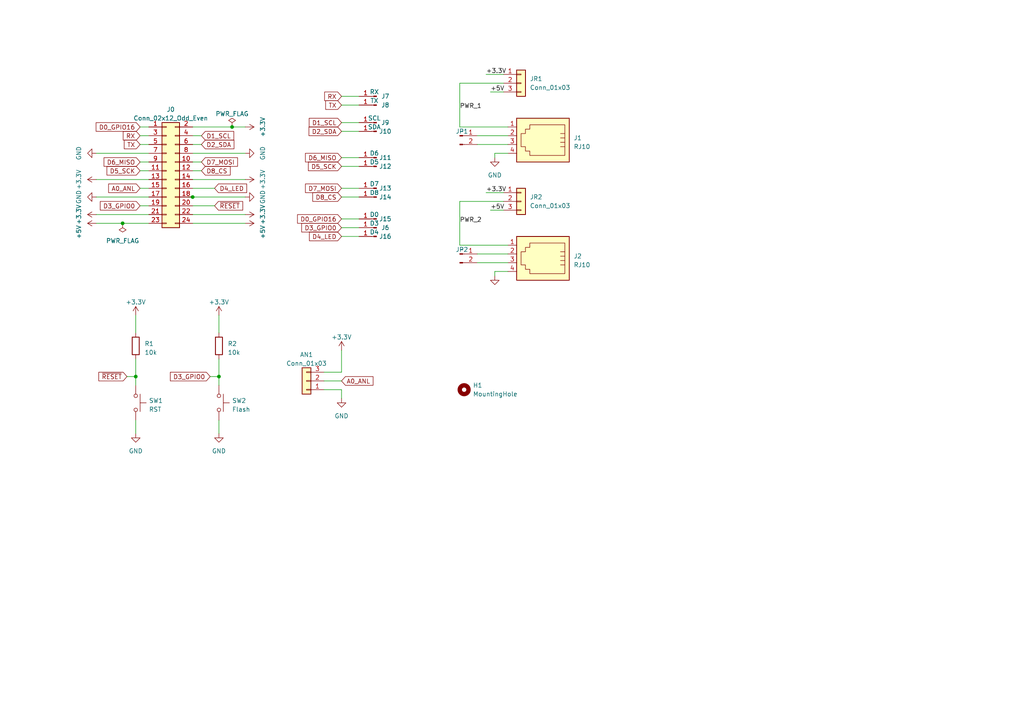
<source format=kicad_sch>
(kicad_sch (version 20230121) (generator eeschema)
  (paper "A4")
  (title_block (company "chof.org"))
  (lib_symbols
    (symbol "Connector:RJ10" (pin_names (offset 1.016))
      (property "Reference" "J" (at -5.08 8.89 0))
      (property "Value" "RJ10" (at 2.54 8.89 0))
      (symbol "RJ10_0_1"
        (polyline (pts (xy -6.35 -0.635) (xy -5.08 -0.635) (xy -5.08 -0.635)))
        (polyline (pts (xy -6.35 0.635) (xy -5.08 0.635) (xy -5.08 0.635)))
        (polyline (pts (xy -6.35 1.905) (xy -5.08 1.905) (xy -5.08 1.905)))
        (polyline (pts (xy -6.35 3.175) (xy -5.08 3.175) (xy -5.08 3.175)))
        (polyline (pts (xy -6.35 -3.175) (xy -6.35 5.715) (xy -1.27 5.715) (xy 3.81 5.715) (xy 3.81 4.445) (xy 5.08 4.445) (xy 5.08 3.175) (xy 6.35 3.175) (xy 6.35 -0.635) (xy 5.08 -0.635) (xy 5.08 -1.905) (xy 3.81 -1.905) (xy 3.81 -3.175) (xy -6.35 -3.175) (xy -6.35 -3.175)))
        (rectangle (start 7.62 7.62) (end -7.62 -5.08) (stroke (width 0.254)) (fill (type background)))
      )
      (symbol "RJ10_1_1"
        (pin passive line (at 10.16 -2.54 180) (length 2.54) (name "~") (number "1"))
        (pin passive line (at 10.16 0 180) (length 2.54) (name "~") (number "2"))
        (pin passive line (at 10.16 2.54 180) (length 2.54) (name "~") (number "3"))
        (pin passive line (at 10.16 5.08 180) (length 2.54) (name "~") (number "4"))
      )
    )
    (symbol "Connector_Generic:Conn_01x03" (pin_names (offset 1.016) hide)
      (property "Reference" "J" (at 0 5.08 0))
      (property "Value" "Conn_01x03" (at 0 -5.08 0))
      (symbol "Conn_01x03_1_1"
        (rectangle (start -1.27 -2.413) (end 0 -2.667) (stroke (width 0.1524)))
        (rectangle (start -1.27 0.127) (end 0 -0.127) (stroke (width 0.1524)))
        (rectangle (start -1.27 2.667) (end 0 2.413) (stroke (width 0.1524)))
        (rectangle (start -1.27 3.81) (end 1.27 -3.81) (stroke (width 0.254)) (fill (type background)))
        (pin passive line (at -5.08 2.54 0) (length 3.81) (name "Pin_1") (number "1"))
        (pin passive line (at -5.08 0 0) (length 3.81) (name "Pin_2") (number "2"))
        (pin passive line (at -5.08 -2.54 0) (length 3.81) (name "Pin_3") (number "3"))
      )
    )
    (symbol "Connector_Generic:Conn_02x12_Odd_Even" (pin_names (offset 1.016) hide)
      (property "Reference" "J" (at 1.27 15.24 0))
      (property "Value" "Conn_02x12_Odd_Even" (at 1.27 -17.78 0))
      (symbol "Conn_02x12_Odd_Even_1_1"
        (rectangle (start -1.27 -15.113) (end 0 -15.367) (stroke (width 0.1524)))
        (rectangle (start -1.27 -12.573) (end 0 -12.827) (stroke (width 0.1524)))
        (rectangle (start -1.27 -10.033) (end 0 -10.287) (stroke (width 0.1524)))
        (rectangle (start -1.27 -7.493) (end 0 -7.747) (stroke (width 0.1524)))
        (rectangle (start -1.27 -4.953) (end 0 -5.207) (stroke (width 0.1524)))
        (rectangle (start -1.27 -2.413) (end 0 -2.667) (stroke (width 0.1524)))
        (rectangle (start -1.27 0.127) (end 0 -0.127) (stroke (width 0.1524)))
        (rectangle (start -1.27 2.667) (end 0 2.413) (stroke (width 0.1524)))
        (rectangle (start -1.27 5.207) (end 0 4.953) (stroke (width 0.1524)))
        (rectangle (start -1.27 7.747) (end 0 7.493) (stroke (width 0.1524)))
        (rectangle (start -1.27 10.287) (end 0 10.033) (stroke (width 0.1524)))
        (rectangle (start -1.27 12.827) (end 0 12.573) (stroke (width 0.1524)))
        (rectangle (start -1.27 13.97) (end 3.81 -16.51) (stroke (width 0.254)) (fill (type background)))
        (rectangle (start 3.81 -15.113) (end 2.54 -15.367) (stroke (width 0.1524)))
        (rectangle (start 3.81 -12.573) (end 2.54 -12.827) (stroke (width 0.1524)))
        (rectangle (start 3.81 -10.033) (end 2.54 -10.287) (stroke (width 0.1524)))
        (rectangle (start 3.81 -7.493) (end 2.54 -7.747) (stroke (width 0.1524)))
        (rectangle (start 3.81 -4.953) (end 2.54 -5.207) (stroke (width 0.1524)))
        (rectangle (start 3.81 -2.413) (end 2.54 -2.667) (stroke (width 0.1524)))
        (rectangle (start 3.81 0.127) (end 2.54 -0.127) (stroke (width 0.1524)))
        (rectangle (start 3.81 2.667) (end 2.54 2.413) (stroke (width 0.1524)))
        (rectangle (start 3.81 5.207) (end 2.54 4.953) (stroke (width 0.1524)))
        (rectangle (start 3.81 7.747) (end 2.54 7.493) (stroke (width 0.1524)))
        (rectangle (start 3.81 10.287) (end 2.54 10.033) (stroke (width 0.1524)))
        (rectangle (start 3.81 12.827) (end 2.54 12.573) (stroke (width 0.1524)))
        (pin passive line (at -5.08 12.7 0) (length 3.81) (name "Pin_1") (number "1"))
        (pin passive line (at 7.62 2.54 180) (length 3.81) (name "Pin_10") (number "10"))
        (pin passive line (at -5.08 0 0) (length 3.81) (name "Pin_11") (number "11"))
        (pin passive line (at 7.62 0 180) (length 3.81) (name "Pin_12") (number "12"))
        (pin passive line (at -5.08 -2.54 0) (length 3.81) (name "Pin_13") (number "13"))
        (pin passive line (at 7.62 -2.54 180) (length 3.81) (name "Pin_14") (number "14"))
        (pin passive line (at -5.08 -5.08 0) (length 3.81) (name "Pin_15") (number "15"))
        (pin passive line (at 7.62 -5.08 180) (length 3.81) (name "Pin_16") (number "16"))
        (pin passive line (at -5.08 -7.62 0) (length 3.81) (name "Pin_17") (number "17"))
        (pin passive line (at 7.62 -7.62 180) (length 3.81) (name "Pin_18") (number "18"))
        (pin passive line (at -5.08 -10.16 0) (length 3.81) (name "Pin_19") (number "19"))
        (pin passive line (at 7.62 12.7 180) (length 3.81) (name "Pin_2") (number "2"))
        (pin passive line (at 7.62 -10.16 180) (length 3.81) (name "Pin_20") (number "20"))
        (pin passive line (at -5.08 -12.7 0) (length 3.81) (name "Pin_21") (number "21"))
        (pin passive line (at 7.62 -12.7 180) (length 3.81) (name "Pin_22") (number "22"))
        (pin passive line (at -5.08 -15.24 0) (length 3.81) (name "Pin_23") (number "23"))
        (pin passive line (at 7.62 -15.24 180) (length 3.81) (name "Pin_24") (number "24"))
        (pin passive line (at -5.08 10.16 0) (length 3.81) (name "Pin_3") (number "3"))
        (pin passive line (at 7.62 10.16 180) (length 3.81) (name "Pin_4") (number "4"))
        (pin passive line (at -5.08 7.62 0) (length 3.81) (name "Pin_5") (number "5"))
        (pin passive line (at 7.62 7.62 180) (length 3.81) (name "Pin_6") (number "6"))
        (pin passive line (at -5.08 5.08 0) (length 3.81) (name "Pin_7") (number "7"))
        (pin passive line (at 7.62 5.08 180) (length 3.81) (name "Pin_8") (number "8"))
        (pin passive line (at -5.08 2.54 0) (length 3.81) (name "Pin_9") (number "9"))
      )
    )
    (symbol "Device:R" (pin_numbers hide) (pin_names (offset 0))
      (property "Reference" "R" (at 2.032 0 90))
      (property "Value" "R" (at 0 0 90))
      (symbol "R_0_1"
        (rectangle (start -1.016 -2.54) (end 1.016 2.54) (stroke (width 0.254)))
      )
      (symbol "R_1_1"
        (pin passive line (at 0 3.81 270) (length 1.27) (name "~") (number "1"))
        (pin passive line (at 0 -3.81 90) (length 1.27) (name "~") (number "2"))
      )
    )
    (symbol "Mechanical:MountingHole" (pin_names (offset 1.016))
      (property "Reference" "H" (at 0 5.08 0))
      (property "Value" "MountingHole" (at 0 3.175 0))
      (symbol "MountingHole_0_1"
        (circle (center 0 0) (radius 1.27) (stroke (width 1.27)))
      )
    )
    (symbol "Switch:SW_Push" (pin_numbers hide) (pin_names (offset 1.016) hide)
      (property "Reference" "SW" (at 1.27 2.54 0))
      (property "Value" "SW_Push" (at 0 -1.524 0))
      (symbol "SW_Push_0_1"
        (circle (center -2.032 0) (radius 0.508))
        (polyline (pts (xy 0 1.27) (xy 0 3.048)))
        (polyline (pts (xy 2.54 1.27) (xy -2.54 1.27)))
        (circle (center 2.032 0) (radius 0.508))
        (pin passive line (at -5.08 0 0) (length 2.54) (name "1") (number "1"))
        (pin passive line (at 5.08 0 180) (length 2.54) (name "2") (number "2"))
      )
    )
    (symbol "conn_01x01_male:Conn_01x01_Male" (pin_names (offset 1.016) hide)
      (property "Reference" "J6" (at 0.635 5.08 0))
      (property "Value" "Bat-" (at 0.635 2.54 0))
      (symbol "Conn_01x01_Male_1_1"
        (polyline (pts (xy 1.27 0) (xy 0.8636 0)) (stroke (width 0.1524)))
        (rectangle (start 0.8636 0.127) (end 0 -0.127) (stroke (width 0.1524)) (fill (type outline)))
        (pin passive line (at 5.08 0 180) (length 3.81) (name "Pin_1") (number "1"))
      )
    )
    (symbol "conn_01x02_male:Conn_01x02_Male" (pin_names (offset 1.016) hide)
      (property "Reference" "J4" (at -1.27 0.0001 0))
      (property "Value" "aux bat" (at -1.27 -2.5399 0))
      (symbol "Conn_01x02_Male_1_1"
        (polyline (pts (xy 1.27 -2.54) (xy 0.8636 -2.54)) (stroke (width 0.1524)))
        (polyline (pts (xy 1.27 0) (xy 0.8636 0)) (stroke (width 0.1524)))
        (rectangle (start 0.8636 -2.413) (end 0 -2.667) (stroke (width 0.1524)) (fill (type outline)))
        (rectangle (start 0.8636 0.127) (end 0 -0.127) (stroke (width 0.1524)) (fill (type outline)))
        (pin passive line (at 5.08 0 180) (length 3.81) (name "Pin_1") (number "1"))
        (pin passive line (at 5.08 -2.54 180) (length 3.81) (name "Pin_2") (number "2"))
      )
    )
    (symbol "power:+3.3V" (power) (pin_names (offset 0))
      (property "Value" "+3.3V" (at 0 3.556 0))
      (symbol "+3.3V_0_1"
        (polyline (pts (xy -0.762 1.27) (xy 0 2.54)))
        (polyline (pts (xy 0 0) (xy 0 2.54)))
        (polyline (pts (xy 0 2.54) (xy 0.762 1.27)))
      )
      (symbol "+3.3V_1_1"
        (pin power_in line (at 0 0 90) (length 0) hide (name "+3.3V") (number "1"))
      )
    )
    (symbol "power:+5V" (power) (pin_names (offset 0))
      (property "Value" "+5V" (at 0 3.556 0))
      (symbol "+5V_0_1"
        (polyline (pts (xy -0.762 1.27) (xy 0 2.54)))
        (polyline (pts (xy 0 0) (xy 0 2.54)))
        (polyline (pts (xy 0 2.54) (xy 0.762 1.27)))
      )
      (symbol "+5V_1_1"
        (pin power_in line (at 0 0 90) (length 0) hide (name "+5V") (number "1"))
      )
    )
    (symbol "power:GND" (power) (pin_names (offset 0))
      (property "Value" "GND" (at 0 -3.81 0))
      (symbol "GND_0_1"
        (polyline (pts (xy 0 0) (xy 0 -1.27) (xy 1.27 -1.27) (xy 0 -2.54) (xy -1.27 -1.27) (xy 0 -1.27)))
      )
      (symbol "GND_1_1"
        (pin power_in line (at 0 0 270) (length 0) hide (name "GND") (number "1"))
      )
    )
    (symbol "power:PWR_FLAG" (power) (pin_numbers hide) (pin_names (offset 0) hide)
      (property "Value" "PWR_FLAG" (at 0 3.81 0))
      (symbol "PWR_FLAG_0_0"
        (pin power_out line (at 0 0 90) (length 0) (name "pwr") (number "1"))
      )
      (symbol "PWR_FLAG_0_1"
        (polyline (pts (xy 0 0) (xy 0 1.27) (xy -1.016 1.905) (xy 0 2.54) (xy 1.016 1.905) (xy 0 1.27)))
      )
    )
  )
  (junction (at 67.31 36.83))
  (junction (at 35.56 64.77))
  (junction (at 39.37 109.22))
  (junction (at 55.88 57.15))
  (junction (at 63.5 109.22))
  (wire (pts (xy 40.64 54.61) (xy 43.18 54.61)))
  (wire (pts (xy 58.42 46.99) (xy 55.88 46.99)))
  (wire (pts (xy 63.5 121.92) (xy 63.5 125.73)))
  (wire (pts (xy 140.97 21.59) (xy 146.05 21.59)))
  (wire (pts (xy 99.06 38.1) (xy 104.14 38.1)))
  (wire (pts (xy 54.61 57.15) (xy 55.88 57.15)))
  (wire (pts (xy 71.12 64.77) (xy 55.88 64.77)))
  (wire (pts (xy 99.06 101.6) (xy 99.06 107.95)))
  (wire (pts (xy 58.42 49.53) (xy 55.88 49.53)))
  (wire (pts (xy 40.64 41.91) (xy 43.18 41.91)))
  (wire (pts (xy 71.12 62.23) (xy 55.88 62.23)))
  (wire (pts (xy 138.43 73.66) (xy 147.32 73.66)))
  (wire (pts (xy 35.56 64.77) (xy 43.18 64.77)))
  (wire (pts (xy 39.37 104.14) (xy 39.37 109.22)))
  (wire (pts (xy 63.5 104.14) (xy 63.5 109.22)))
  (wire (pts (xy 99.06 54.61) (xy 104.14 54.61)))
  (wire (pts (xy 62.23 54.61) (xy 55.88 54.61)))
  (wire (pts (xy 99.06 68.58) (xy 104.14 68.58)))
  (wire (pts (xy 71.12 36.83) (xy 67.31 36.83)))
  (wire (pts (xy 142.24 60.96) (xy 146.05 60.96)))
  (wire (pts (xy 133.35 36.83) (xy 147.32 36.83)))
  (wire (pts (xy 99.06 30.48) (xy 104.14 30.48)))
  (wire (pts (xy 27.94 64.77) (xy 35.56 64.77)))
  (wire (pts (xy 36.83 109.22) (xy 39.37 109.22)))
  (wire (pts (xy 71.12 44.45) (xy 55.88 44.45)))
  (wire (pts (xy 99.06 35.56) (xy 104.14 35.56)))
  (wire (pts (xy 71.12 52.07) (xy 55.88 52.07)))
  (wire (pts (xy 58.42 39.37) (xy 55.88 39.37)))
  (wire (pts (xy 93.98 113.03) (xy 99.06 113.03)))
  (wire (pts (xy 67.31 36.83) (xy 55.88 36.83)))
  (wire (pts (xy 39.37 109.22) (xy 39.37 111.76)))
  (wire (pts (xy 27.94 57.15) (xy 43.18 57.15)))
  (wire (pts (xy 99.06 45.72) (xy 104.14 45.72)))
  (wire (pts (xy 63.5 91.44) (xy 63.5 96.52)))
  (wire (pts (xy 27.94 44.45) (xy 43.18 44.45)))
  (wire (pts (xy 133.35 24.13) (xy 133.35 36.83)))
  (wire (pts (xy 99.06 107.95) (xy 93.98 107.95)))
  (wire (pts (xy 40.64 36.83) (xy 43.18 36.83)))
  (wire (pts (xy 40.64 59.69) (xy 43.18 59.69)))
  (wire (pts (xy 40.64 49.53) (xy 43.18 49.53)))
  (wire (pts (xy 143.51 80.01) (xy 143.51 78.74)))
  (wire (pts (xy 99.06 27.94) (xy 104.14 27.94)))
  (wire (pts (xy 39.37 91.44) (xy 39.37 96.52)))
  (wire (pts (xy 27.94 62.23) (xy 43.18 62.23)))
  (wire (pts (xy 146.05 24.13) (xy 133.35 24.13)))
  (wire (pts (xy 138.43 39.37) (xy 147.32 39.37)))
  (wire (pts (xy 138.43 76.2) (xy 147.32 76.2)))
  (wire (pts (xy 142.24 26.67) (xy 146.05 26.67)))
  (wire (pts (xy 71.12 57.15) (xy 55.88 57.15)))
  (wire (pts (xy 93.98 110.49) (xy 99.06 110.49)))
  (wire (pts (xy 138.43 41.91) (xy 147.32 41.91)))
  (wire (pts (xy 143.51 78.74) (xy 147.32 78.74)))
  (wire (pts (xy 62.23 59.69) (xy 55.88 59.69)))
  (wire (pts (xy 133.35 71.12) (xy 147.32 71.12)))
  (wire (pts (xy 133.35 58.42) (xy 133.35 71.12)))
  (wire (pts (xy 27.94 52.07) (xy 43.18 52.07)))
  (wire (pts (xy 99.06 113.03) (xy 99.06 115.57)))
  (wire (pts (xy 40.64 46.99) (xy 43.18 46.99)))
  (wire (pts (xy 146.05 58.42) (xy 133.35 58.42)))
  (wire (pts (xy 60.96 109.22) (xy 63.5 109.22)))
  (wire (pts (xy 143.51 44.45) (xy 147.32 44.45)))
  (wire (pts (xy 58.42 41.91) (xy 55.88 41.91)))
  (wire (pts (xy 63.5 109.22) (xy 63.5 111.76)))
  (wire (pts (xy 143.51 45.72) (xy 143.51 44.45)))
  (wire (pts (xy 40.64 39.37) (xy 43.18 39.37)))
  (wire (pts (xy 99.06 57.15) (xy 104.14 57.15)))
  (wire (pts (xy 99.06 66.04) (xy 104.14 66.04)))
  (wire (pts (xy 39.37 121.92) (xy 39.37 125.73)))
  (wire (pts (xy 99.06 48.26) (xy 104.14 48.26)))
  (wire (pts (xy 99.06 63.5) (xy 104.14 63.5)))
  (wire (pts (xy 140.97 55.88) (xy 146.05 55.88)))
  (label "PWR_2" (at 133.35 64.77 0))
  (label "+3.3V" (at 140.97 21.59 0))
  (label "+5V" (at 142.24 60.96 0))
  (label "+5V" (at 142.24 26.67 0))
  (label "PWR_1" (at 133.35 31.75 0))
  (label "+3.3V" (at 140.97 55.88 0))
  (global_label "D0_GPIO16" (shape input) (at 40.64 36.83 180) (property "Intersheetrefs" "${INTERSHEET_REFS}" (effects hide)))
  (global_label "D5_SCK" (shape input) (at 99.06 48.26 180) (property "Intersheetrefs" "${INTERSHEET_REFS}" (effects hide)))
  (global_label "D8_CS" (shape input) (at 99.06 57.15 180) (property "Intersheetrefs" "${INTERSHEET_REFS}" (effects hide)))
  (global_label "D0_GPIO16" (shape input) (at 99.06 63.5 180) (property "Intersheetrefs" "${INTERSHEET_REFS}" (effects hide)))
  (global_label "D3_GPIO0" (shape input) (at 60.96 109.22 180) (property "Intersheetrefs" "${INTERSHEET_REFS}" (effects hide)))
  (global_label "RX" (shape input) (at 99.06 27.94 180) (property "Intersheetrefs" "${INTERSHEET_REFS}" (effects hide)))
  (global_label "D1_SCL" (shape input) (at 99.06 35.56 180) (property "Intersheetrefs" "${INTERSHEET_REFS}" (effects hide)))
  (global_label "~{RESET}" (shape input) (at 36.83 109.22 180) (property "Intersheetrefs" "${INTERSHEET_REFS}" (effects hide)))
  (global_label "D2_SDA" (shape input) (at 99.06 38.1 180) (property "Intersheetrefs" "${INTERSHEET_REFS}" (effects hide)))
  (global_label "D3_GPIO0" (shape input) (at 40.64 59.69 180) (property "Intersheetrefs" "${INTERSHEET_REFS}" (effects hide)))
  (global_label "D4_LED" (shape input) (at 62.23 54.61 0) (property "Intersheetrefs" "${INTERSHEET_REFS}" (effects hide)))
  (global_label "D1_SCL" (shape input) (at 58.42 39.37 0) (property "Intersheetrefs" "${INTERSHEET_REFS}" (effects hide)))
  (global_label "D2_SDA" (shape input) (at 58.42 41.91 0) (property "Intersheetrefs" "${INTERSHEET_REFS}" (effects hide)))
  (global_label "D3_GPIO0" (shape input) (at 99.06 66.04 180) (property "Intersheetrefs" "${INTERSHEET_REFS}" (effects hide)))
  (global_label "D7_MOSI" (shape input) (at 58.42 46.99 0) (property "Intersheetrefs" "${INTERSHEET_REFS}" (effects hide)))
  (global_label "D7_MOSI" (shape input) (at 99.06 54.61 180) (property "Intersheetrefs" "${INTERSHEET_REFS}" (effects hide)))
  (global_label "D4_LED" (shape input) (at 99.06 68.58 180) (property "Intersheetrefs" "${INTERSHEET_REFS}" (effects hide)))
  (global_label "D5_SCK" (shape input) (at 40.64 49.53 180) (property "Intersheetrefs" "${INTERSHEET_REFS}" (effects hide)))
  (global_label "A0_ANL" (shape input) (at 99.06 110.49 0) (property "Intersheetrefs" "${INTERSHEET_REFS}" (effects hide)))
  (global_label "D8_CS" (shape input) (at 58.42 49.53 0) (property "Intersheetrefs" "${INTERSHEET_REFS}" (effects hide)))
  (global_label "D6_MISO" (shape input) (at 40.64 46.99 180) (property "Intersheetrefs" "${INTERSHEET_REFS}" (effects hide)))
  (global_label "TX" (shape input) (at 99.06 30.48 180) (property "Intersheetrefs" "${INTERSHEET_REFS}" (effects hide)))
  (global_label "D6_MISO" (shape input) (at 99.06 45.72 180) (property "Intersheetrefs" "${INTERSHEET_REFS}" (effects hide)))
  (global_label "A0_ANL" (shape input) (at 40.64 54.61 180) (property "Intersheetrefs" "${INTERSHEET_REFS}" (effects hide)))
  (global_label "~{RESET}" (shape input) (at 62.23 59.69 0) (property "Intersheetrefs" "${INTERSHEET_REFS}" (effects hide)))
  (global_label "TX" (shape input) (at 40.64 41.91 180) (property "Intersheetrefs" "${INTERSHEET_REFS}" (effects hide)))
  (global_label "RX" (shape input) (at 40.64 39.37 180) (property "Intersheetrefs" "${INTERSHEET_REFS}" (effects hide)))
  (symbol (lib_id "conn_01x01_male:Conn_01x01_Male") (at 109.22 54.61 0) (mirror y) (unit 1)
    (property "Reference" "J13" (at 111.76 54.61 0))
    (property "Value" "D7" (at 108.585 53.34 0))
    (property "Footprint" "Chof747 Footprints:Solder Pad 1x1 1.5x3" (effects hide))
  )
  (symbol (lib_id "conn_01x01_male:Conn_01x01_Male") (at 109.22 66.04 0) (mirror y) (unit 1)
    (property "Reference" "J6" (at 111.76 66.04 0))
    (property "Value" "D3" (at 108.585 64.77 0))
    (property "Footprint" "Chof747 Footprints:Solder Pad 1x1 1.5x3" (effects hide))
  )
  (symbol (lib_id "power:GND") (at 27.94 44.45 270) (unit 1)
    (property "Reference" "#PWR01" (effects hide))
    (property "Value" "GND" (at 22.86 44.45 0))
  )
  (symbol (lib_id "Connector_Generic:Conn_01x03") (at 88.9 110.49 180) (unit 1)
    (property "Reference" "AN1" (at 88.9 102.87 0))
    (property "Value" "Conn_01x03" (at 88.9 105.41 0))
    (property "Footprint" "Connector_PinHeader_2.54mm:PinHeader_1x03_P2.54mm_Vertical" (effects hide))
  )
  (symbol (lib_id "power:+3.3V") (at 63.5 91.44 0) (unit 1)
    (property "Reference" "#PWR014" (effects hide))
    (property "Value" "+3.3V" (at 63.5 87.63 0))
  )
  (symbol (lib_id "power:+3.3V") (at 71.12 36.83 270) (unit 1)
    (property "Reference" "#PWR06" (effects hide))
    (property "Value" "+3.3V" (at 76.2 36.83 0))
  )
  (symbol (lib_id "Connector_Generic:Conn_01x03") (at 151.13 58.42 0) (unit 1)
    (property "Reference" "JR2" (at 153.67 57.1499 0) (effects (justify left)))
    (property "Value" "Conn_01x03" (at 153.67 59.6899 0) (effects (justify left)))
    (property "Footprint" "Connector_PinHeader_2.54mm:PinHeader_1x03_P2.54mm_Vertical" (effects hide))
  )
  (symbol (lib_id "conn_01x01_male:Conn_01x01_Male") (at 109.22 45.72 0) (mirror y) (unit 1)
    (property "Reference" "J11" (at 111.76 45.72 0))
    (property "Value" "D6" (at 108.585 44.45 0))
    (property "Footprint" "Chof747 Footprints:Solder Pad 1x1 1.5x3" (effects hide))
  )
  (symbol (lib_id "power:+3.3V") (at 27.94 52.07 90) (unit 1)
    (property "Reference" "#PWR02" (effects hide))
    (property "Value" "+3.3V" (at 22.86 52.07 0))
  )
  (symbol (lib_id "power:GND") (at 63.5 125.73 0) (unit 1)
    (property "Reference" "#PWR020" (effects hide))
    (property "Value" "GND" (at 63.5 130.81 0))
  )
  (symbol (lib_id "conn_01x01_male:Conn_01x01_Male") (at 109.22 35.56 0) (mirror y) (unit 1)
    (property "Reference" "J9" (at 111.76 35.56 0))
    (property "Value" "SCL" (at 108.585 34.29 0))
    (property "Footprint" "Chof747 Footprints:Solder Pad 1x1 1.5x3" (effects hide))
  )
  (symbol (lib_id "Connector_Generic:Conn_01x03") (at 151.13 24.13 0) (unit 1)
    (property "Reference" "JR1" (at 153.67 22.8599 0) (effects (justify left)))
    (property "Value" "Conn_01x03" (at 153.67 25.3999 0) (effects (justify left)))
    (property "Footprint" "Connector_PinHeader_2.54mm:PinHeader_1x03_P2.54mm_Vertical" (effects hide))
  )
  (symbol (lib_id "power:GND") (at 39.37 125.73 0) (unit 1)
    (property "Reference" "#PWR018" (effects hide))
    (property "Value" "GND" (at 39.37 130.81 0))
  )
  (symbol (lib_id "conn_01x02_male:Conn_01x02_Male") (at 133.35 73.66 0) (unit 1)
    (property "Reference" "JP2" (at 133.985 72.39 0))
    (property "Value" "~" (at 133.985 72.39 0))
    (property "Footprint" "Chof747 Footprints:Solder Pad 1x2 1.5x3" (effects hide))
  )
  (symbol (lib_id "Device:R") (at 63.5 100.33 0) (unit 1)
    (property "Reference" "R2" (at 66.04 99.695 0) (effects (justify left)))
    (property "Value" "10k" (at 66.04 102.235 0) (effects (justify left)))
    (property "Footprint" "Resistor_SMD:R_0603_1608Metric_Pad0.98x0.95mm_HandSolder" (effects hide))
  )
  (symbol (lib_id "conn_01x01_male:Conn_01x01_Male") (at 109.22 30.48 0) (mirror y) (unit 1)
    (property "Reference" "J8" (at 111.76 30.48 0))
    (property "Value" "TX" (at 108.585 29.21 0))
    (property "Footprint" "Chof747 Footprints:Solder Pad 1x1 1.5x3" (effects hide))
  )
  (symbol (lib_id "power:+3.3V") (at 71.12 62.23 270) (unit 1)
    (property "Reference" "#PWR010" (effects hide))
    (property "Value" "+3.3V" (at 76.2 62.23 0))
  )
  (symbol (lib_id "conn_01x01_male:Conn_01x01_Male") (at 109.22 27.94 0) (mirror y) (unit 1)
    (property "Reference" "J7" (at 111.76 27.94 0))
    (property "Value" "RX" (at 108.585 26.67 0))
    (property "Footprint" "Chof747 Footprints:Solder Pad 1x1 1.5x3" (effects hide))
  )
  (symbol (lib_id "Device:R") (at 39.37 100.33 0) (unit 1)
    (property "Reference" "R1" (at 41.91 99.695 0) (effects (justify left)))
    (property "Value" "10k" (at 41.91 102.235 0) (effects (justify left)))
    (property "Footprint" "Resistor_SMD:R_0603_1608Metric_Pad0.98x0.95mm_HandSolder" (effects hide))
  )
  (symbol (lib_id "Mechanical:MountingHole") (at 134.62 113.03 0) (unit 1)
    (property "Reference" "H1" (at 137.16 111.7599 0) (effects (justify left)))
    (property "Value" "MountingHole" (at 137.16 114.2999 0) (effects (justify left)))
    (property "Footprint" "MountingHole:MountingHole_3mm" (effects hide))
  )
  (symbol (lib_id "power:+5V") (at 27.94 64.77 90) (mirror x) (unit 1)
    (property "Reference" "#PWR05" (effects hide))
    (property "Value" "+5V" (at 22.86 67.31 0))
  )
  (symbol (lib_id "power:GND") (at 71.12 57.15 90) (unit 1)
    (property "Reference" "#PWR09" (effects hide))
    (property "Value" "GND" (at 76.2 57.15 0))
  )
  (symbol (lib_id "conn_01x02_male:Conn_01x02_Male") (at 133.35 39.37 0) (unit 1)
    (property "Reference" "JP1" (at 133.985 38.1 0))
    (property "Value" "~" (at 133.985 38.1 0))
    (property "Footprint" "Chof747 Footprints:Solder Pad 1x2 1.5x3" (effects hide))
  )
  (symbol (lib_id "power:+5V") (at 71.12 64.77 270) (mirror x) (unit 1)
    (property "Reference" "#PWR011" (effects hide))
    (property "Value" "+5V" (at 76.2 67.31 0))
  )
  (symbol (lib_id "power:+3.3V") (at 99.06 101.6 0) (unit 1)
    (property "Reference" "#PWR021" (effects hide))
    (property "Value" "+3.3V" (at 99.06 97.79 0))
  )
  (symbol (lib_id "power:+3.3V") (at 27.94 62.23 90) (unit 1)
    (property "Reference" "#PWR04" (effects hide))
    (property "Value" "+3.3V" (at 22.86 62.23 0))
  )
  (symbol (lib_id "Switch:SW_Push") (at 63.5 116.84 270) (unit 1)
    (property "Reference" "SW2" (at 67.31 116.205 90) (effects (justify left)))
    (property "Value" "Flash" (at 67.31 118.745 90) (effects (justify left)))
    (property "Footprint" "Button_Switch_THT:SW_PUSH_6mm" (effects hide))
  )
  (symbol (lib_id "power:GND") (at 99.06 115.57 0) (unit 1)
    (property "Reference" "#PWR022" (effects hide))
    (property "Value" "GND" (at 99.06 120.65 0))
  )
  (symbol (lib_id "power:GND") (at 143.51 45.72 0) (unit 1)
    (property "Reference" "#PWR012" (effects hide))
    (property "Value" "GND" (at 143.51 50.8 0))
  )
  (symbol (lib_id "power:GND") (at 143.51 80.01 0) (unit 1)
    (property "Reference" "#PWR013" (effects hide))
    (property "Value" "GND" (effects hide))
  )
  (symbol (lib_id "conn_01x01_male:Conn_01x01_Male") (at 109.22 63.5 0) (mirror y) (unit 1)
    (property "Reference" "J15" (at 111.76 63.5 0))
    (property "Value" "D0" (at 108.585 62.23 0))
    (property "Footprint" "Chof747 Footprints:Solder Pad 1x1 1.5x3" (effects hide))
  )
  (symbol (lib_id "power:PWR_FLAG") (at 35.56 64.77 180) (unit 1)
    (property "Reference" "#FLG02" (effects hide))
    (property "Value" "PWR_FLAG" (at 35.56 69.85 0))
  )
  (symbol (lib_id "Connector:RJ10") (at 157.48 39.37 180) (unit 1)
    (property "Reference" "J1" (at 166.37 40.005 0) (effects (justify right)))
    (property "Value" "RJ10" (at 166.37 42.545 0) (effects (justify right)))
    (property "Footprint" "Connector_RJ:RJ12_Amphenol_54601" (effects hide))
  )
  (symbol (lib_id "conn_01x01_male:Conn_01x01_Male") (at 109.22 68.58 0) (mirror y) (unit 1)
    (property "Reference" "J16" (at 111.76 68.58 0))
    (property "Value" "D4" (at 108.585 67.31 0))
    (property "Footprint" "Chof747 Footprints:Solder Pad 1x1 1.5x3" (effects hide))
  )
  (symbol (lib_id "power:GND") (at 71.12 44.45 90) (unit 1)
    (property "Reference" "#PWR07" (effects hide))
    (property "Value" "GND" (at 76.2 44.45 0))
  )
  (symbol (lib_id "power:PWR_FLAG") (at 67.31 36.83 0) (unit 1)
    (property "Reference" "#FLG01" (effects hide))
    (property "Value" "PWR_FLAG" (at 67.31 33.02 0))
  )
  (symbol (lib_id "power:GND") (at 27.94 57.15 270) (unit 1)
    (property "Reference" "#PWR03" (effects hide))
    (property "Value" "GND" (at 22.86 57.15 0))
  )
  (symbol (lib_id "power:+3.3V") (at 39.37 91.44 0) (unit 1)
    (property "Reference" "#PWR015" (effects hide))
    (property "Value" "+3.3V" (at 39.37 87.63 0))
  )
  (symbol (lib_id "Switch:SW_Push") (at 39.37 116.84 270) (unit 1)
    (property "Reference" "SW1" (at 43.18 116.205 90) (effects (justify left)))
    (property "Value" "RST" (at 43.18 118.745 90) (effects (justify left)))
    (property "Footprint" "Button_Switch_THT:SW_PUSH_6mm" (effects hide))
  )
  (symbol (lib_id "Connector:RJ10") (at 157.48 73.66 180) (unit 1)
    (property "Reference" "J2" (at 166.37 74.295 0) (effects (justify right)))
    (property "Value" "RJ10" (at 166.37 76.835 0) (effects (justify right)))
    (property "Footprint" "Connector_RJ:RJ12_Amphenol_54601" (effects hide))
  )
  (symbol (lib_id "Connector_Generic:Conn_02x12_Odd_Even") (at 48.26 49.53 0) (unit 1)
    (property "Reference" "J0" (at 49.53 31.75 0))
    (property "Value" "Conn_02x12_Odd_Even" (at 49.53 34.29 0))
    (property "Footprint" "Connector_PinSocket_2.54mm:PinSocket_2x12_P2.54mm_Vertical" (effects hide))
  )
  (symbol (lib_id "conn_01x01_male:Conn_01x01_Male") (at 109.22 48.26 0) (mirror y) (unit 1)
    (property "Reference" "J12" (at 111.76 48.26 0))
    (property "Value" "D5" (at 108.585 46.99 0))
    (property "Footprint" "Chof747 Footprints:Solder Pad 1x1 1.5x3" (effects hide))
  )
  (symbol (lib_id "power:+3.3V") (at 71.12 52.07 270) (unit 1)
    (property "Reference" "#PWR08" (effects hide))
    (property "Value" "+3.3V" (at 76.2 52.07 0))
  )
  (symbol (lib_id "conn_01x01_male:Conn_01x01_Male") (at 109.22 38.1 0) (mirror y) (unit 1)
    (property "Reference" "J10" (at 111.76 38.1 0))
    (property "Value" "SDA" (at 108.585 36.83 0))
    (property "Footprint" "Chof747 Footprints:Solder Pad 1x1 1.5x3" (effects hide))
  )
  (symbol (lib_id "conn_01x01_male:Conn_01x01_Male") (at 109.22 57.15 0) (mirror y) (unit 1)
    (property "Reference" "J14" (at 111.76 57.15 0))
    (property "Value" "D8" (at 108.585 55.88 0))
    (property "Footprint" "Chof747 Footprints:Solder Pad 1x1 1.5x3" (effects hide))
  )
)
</source>
